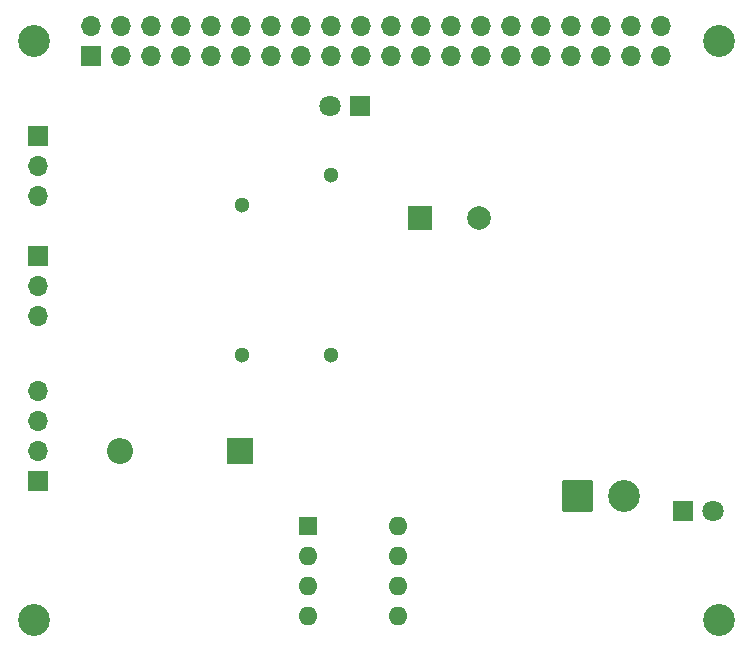
<source format=gbs>
G04 #@! TF.GenerationSoftware,KiCad,Pcbnew,(5.1.5)-3*
G04 #@! TF.CreationDate,2020-03-15T22:36:38-07:00*
G04 #@! TF.ProjectId,pihat,70696861-742e-46b6-9963-61645f706362,rev?*
G04 #@! TF.SameCoordinates,Original*
G04 #@! TF.FileFunction,Soldermask,Bot*
G04 #@! TF.FilePolarity,Negative*
%FSLAX46Y46*%
G04 Gerber Fmt 4.6, Leading zero omitted, Abs format (unit mm)*
G04 Created by KiCad (PCBNEW (5.1.5)-3) date 2020-03-15 22:36:38*
%MOMM*%
%LPD*%
G04 APERTURE LIST*
%ADD10C,1.300000*%
%ADD11O,1.600000X1.600000*%
%ADD12R,1.600000X1.600000*%
%ADD13C,2.000000*%
%ADD14R,2.000000X2.000000*%
%ADD15O,1.700000X1.700000*%
%ADD16R,1.700000X1.700000*%
%ADD17C,2.700000*%
%ADD18C,0.150000*%
%ADD19R,2.200000X2.200000*%
%ADD20O,2.200000X2.200000*%
%ADD21R,1.800000X1.800000*%
%ADD22C,1.800000*%
G04 APERTURE END LIST*
D10*
X228685000Y-108890000D03*
X221085000Y-111430000D03*
X228685000Y-124130000D03*
X221085000Y-124130000D03*
D11*
X234290000Y-138570000D03*
X226670000Y-146190000D03*
X234290000Y-141110000D03*
X226670000Y-143650000D03*
X234290000Y-143650000D03*
X226670000Y-141110000D03*
X234290000Y-146190000D03*
D12*
X226670000Y-138570000D03*
D13*
X241195000Y-112535000D03*
D14*
X236195000Y-112535000D03*
D15*
X203810000Y-127140000D03*
X203810000Y-129680000D03*
X203810000Y-132220000D03*
D16*
X203810000Y-134760000D03*
D17*
X203500000Y-97500000D03*
D15*
X203810000Y-120790000D03*
X203810000Y-118250000D03*
D16*
X203810000Y-115710000D03*
D15*
X203810000Y-110630000D03*
X203810000Y-108090000D03*
D16*
X203810000Y-105550000D03*
X208370000Y-98770000D03*
D15*
X208370000Y-96230000D03*
X210910000Y-98770000D03*
X210910000Y-96230000D03*
X213450000Y-98770000D03*
X213450000Y-96230000D03*
X215990000Y-98770000D03*
X215990000Y-96230000D03*
X218530000Y-98770000D03*
X218530000Y-96230000D03*
X221070000Y-98770000D03*
X221070000Y-96230000D03*
X223610000Y-98770000D03*
X223610000Y-96230000D03*
X226150000Y-98770000D03*
X226150000Y-96230000D03*
X228690000Y-98770000D03*
X228690000Y-96230000D03*
X231230000Y-98770000D03*
X231230000Y-96230000D03*
X233770000Y-98770000D03*
X233770000Y-96230000D03*
X236310000Y-98770000D03*
X236310000Y-96230000D03*
X238850000Y-98770000D03*
X238850000Y-96230000D03*
X241390000Y-98770000D03*
X241390000Y-96230000D03*
X243930000Y-98770000D03*
X243930000Y-96230000D03*
X246470000Y-98770000D03*
X246470000Y-96230000D03*
X249010000Y-98770000D03*
X249010000Y-96230000D03*
X251550000Y-98770000D03*
X251550000Y-96230000D03*
X254090000Y-98770000D03*
X254090000Y-96230000D03*
X256630000Y-98770000D03*
X256630000Y-96230000D03*
D17*
X261500000Y-146500000D03*
X203500000Y-146500000D03*
X261500000Y-97500000D03*
D18*
G36*
X250654503Y-134681204D02*
G01*
X250678772Y-134684804D01*
X250702570Y-134690765D01*
X250725670Y-134699030D01*
X250747849Y-134709520D01*
X250768892Y-134722133D01*
X250788598Y-134736748D01*
X250806776Y-134753224D01*
X250823252Y-134771402D01*
X250837867Y-134791108D01*
X250850480Y-134812151D01*
X250860970Y-134834330D01*
X250869235Y-134857430D01*
X250875196Y-134881228D01*
X250878796Y-134905497D01*
X250880000Y-134930001D01*
X250880000Y-137129999D01*
X250878796Y-137154503D01*
X250875196Y-137178772D01*
X250869235Y-137202570D01*
X250860970Y-137225670D01*
X250850480Y-137247849D01*
X250837867Y-137268892D01*
X250823252Y-137288598D01*
X250806776Y-137306776D01*
X250788598Y-137323252D01*
X250768892Y-137337867D01*
X250747849Y-137350480D01*
X250725670Y-137360970D01*
X250702570Y-137369235D01*
X250678772Y-137375196D01*
X250654503Y-137378796D01*
X250629999Y-137380000D01*
X248430001Y-137380000D01*
X248405497Y-137378796D01*
X248381228Y-137375196D01*
X248357430Y-137369235D01*
X248334330Y-137360970D01*
X248312151Y-137350480D01*
X248291108Y-137337867D01*
X248271402Y-137323252D01*
X248253224Y-137306776D01*
X248236748Y-137288598D01*
X248222133Y-137268892D01*
X248209520Y-137247849D01*
X248199030Y-137225670D01*
X248190765Y-137202570D01*
X248184804Y-137178772D01*
X248181204Y-137154503D01*
X248180000Y-137129999D01*
X248180000Y-134930001D01*
X248181204Y-134905497D01*
X248184804Y-134881228D01*
X248190765Y-134857430D01*
X248199030Y-134834330D01*
X248209520Y-134812151D01*
X248222133Y-134791108D01*
X248236748Y-134771402D01*
X248253224Y-134753224D01*
X248271402Y-134736748D01*
X248291108Y-134722133D01*
X248312151Y-134709520D01*
X248334330Y-134699030D01*
X248357430Y-134690765D01*
X248381228Y-134684804D01*
X248405497Y-134681204D01*
X248430001Y-134680000D01*
X250629999Y-134680000D01*
X250654503Y-134681204D01*
G37*
D17*
X253490000Y-136030000D03*
D19*
X220955000Y-132220000D03*
D20*
X210795000Y-132220000D03*
D21*
X258420000Y-137300000D03*
D22*
X260960000Y-137300000D03*
D21*
X231115000Y-103010000D03*
D22*
X228575000Y-103010000D03*
M02*

</source>
